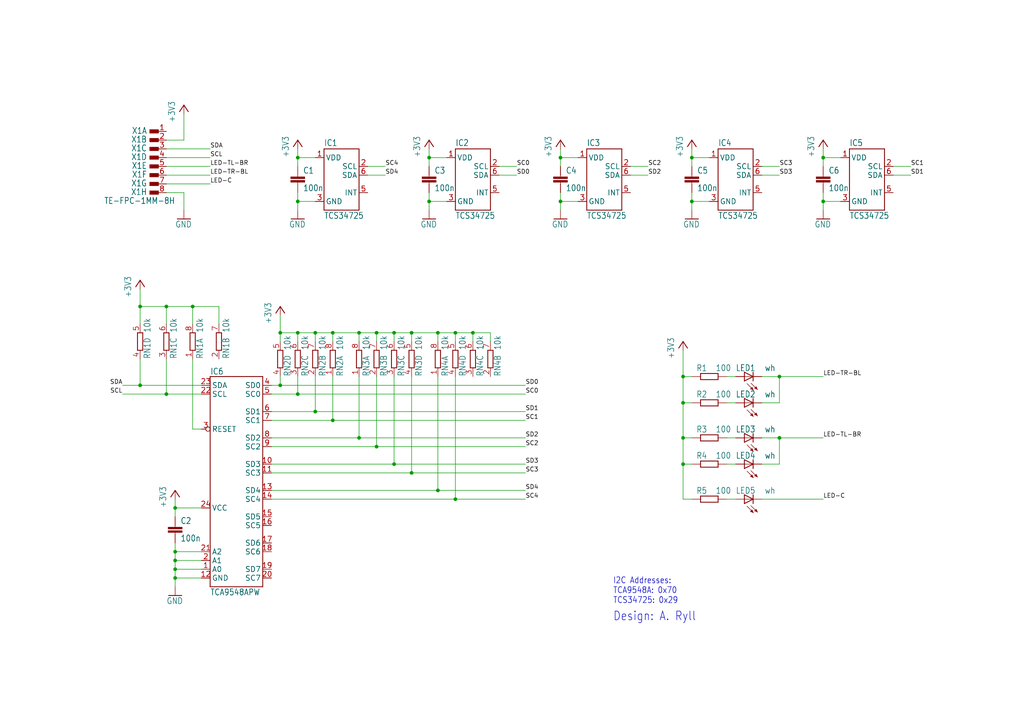
<source format=kicad_sch>
(kicad_sch (version 20250114) (generator "eeschema") (generator_version "9.0")
  (paper "A4")
  (lib_symbols
    (symbol "Pattern Ident v2-eagle-import:+3V3" (power)
      (symbol "+3V3_1_0"
        (polyline (pts (xy 0 0) (xy -1.27 -1.905)) (stroke (width 0.254)))
        (polyline (pts (xy 1.27 -1.905) (xy 0 0)) (stroke (width 0.254)))
        (pin power_in line (at 0 -2.54 90) (length 2.54) (name "+3V3") (number "1"))
      )
    )
    (symbol "Pattern Ident v2-eagle-import:4R-NEXB28V"
      (property "Reference" "RN" (at -5.08 -3.048 0))
      (symbol "4R-NEXB28V_1_0"
        (polyline (pts (xy -2.54 0.762) (xy -2.54 -0.762)) (stroke (width 0.254)))
        (polyline (pts (xy -2.54 -0.762) (xy 2.54 -0.762)) (stroke (width 0.254)))
        (polyline (pts (xy 2.54 0.762) (xy -2.54 0.762)) (stroke (width 0.254)))
        (polyline (pts (xy 2.54 -0.762) (xy 2.54 0.762)) (stroke (width 0.254)))
        (pin passive line (at -5.08 0 0) (length 2.54) (name "1") (number "1"))
        (pin passive line (at 5.08 0 180) (length 2.54) (name "2") (number "8"))
      )
      (symbol "4R-NEXB28V_2_0"
        (polyline (pts (xy -2.54 0.762) (xy -2.54 -0.762)) (stroke (width 0.254)))
        (polyline (pts (xy -2.54 -0.762) (xy 2.54 -0.762)) (stroke (width 0.254)))
        (polyline (pts (xy 2.54 0.762) (xy -2.54 0.762)) (stroke (width 0.254)))
        (polyline (pts (xy 2.54 -0.762) (xy 2.54 0.762)) (stroke (width 0.254)))
        (pin passive line (at -5.08 0 0) (length 2.54) (name "1") (number "2"))
        (pin passive line (at 5.08 0 180) (length 2.54) (name "2") (number "7"))
      )
      (symbol "4R-NEXB28V_3_0"
        (polyline (pts (xy -2.54 0.762) (xy -2.54 -0.762)) (stroke (width 0.254)))
        (polyline (pts (xy -2.54 -0.762) (xy 2.54 -0.762)) (stroke (width 0.254)))
        (polyline (pts (xy 2.54 0.762) (xy -2.54 0.762)) (stroke (width 0.254)))
        (polyline (pts (xy 2.54 -0.762) (xy 2.54 0.762)) (stroke (width 0.254)))
        (pin passive line (at -5.08 0 0) (length 2.54) (name "1") (number "3"))
        (pin passive line (at 5.08 0 180) (length 2.54) (name "2") (number "6"))
      )
      (symbol "4R-NEXB28V_4_0"
        (polyline (pts (xy -2.54 0.762) (xy -2.54 -0.762)) (stroke (width 0.254)))
        (polyline (pts (xy -2.54 -0.762) (xy 2.54 -0.762)) (stroke (width 0.254)))
        (polyline (pts (xy 2.54 0.762) (xy -2.54 0.762)) (stroke (width 0.254)))
        (polyline (pts (xy 2.54 -0.762) (xy 2.54 0.762)) (stroke (width 0.254)))
        (pin passive line (at -5.08 0 0) (length 2.54) (name "1") (number "4"))
        (pin passive line (at 5.08 0 180) (length 2.54) (name "2") (number "5"))
      )
    )
    (symbol "Pattern Ident v2-eagle-import:C-EUC0603"
      (property "Reference" "C" (at 1.524 0.381 0))
      (symbol "C-EUC0603_1_0"
        (rectangle (start -2.032 -1.016) (end 2.032 -0.508) (fill (type outline)))
        (rectangle (start -2.032 -2.032) (end 2.032 -1.524) (fill (type outline)))
        (polyline (pts (xy 0 0) (xy 0 -0.508)) (stroke (width 0.1524)))
        (polyline (pts (xy 0 -2.54) (xy 0 -2.032)) (stroke (width 0.1524)))
        (pin passive line (at 0 2.54 270) (length 2.54) (name "1") (number "1"))
        (pin passive line (at 0 -5.08 90) (length 2.54) (name "2") (number "2"))
      )
    )
    (symbol "Pattern Ident v2-eagle-import:GND" (power)
      (symbol "GND_1_0"
        (polyline (pts (xy -1.905 0) (xy 1.905 0)) (stroke (width 0.254)))
        (pin power_in line (at 0 2.54 270) (length 2.54) (name "GND") (number "1"))
      )
    )
    (symbol "Pattern Ident v2-eagle-import:LEDCHIPLED_1206"
      (property "Reference" "LED" (at 3.556 -4.572 90))
      (symbol "LEDCHIPLED_1206_1_0"
        (polyline (pts (xy -3.9979 -2.6186) (xy -3.1089 -2.2376) (xy -3.6169 -1.7296)) (stroke (width 0.1524)) (fill (type outline)))
        (polyline (pts (xy -3.8195 -3.8116) (xy -2.9305 -3.4306) (xy -3.4385 -2.9226)) (stroke (width 0.1524)) (fill (type outline)))
        (polyline (pts (xy -2.032 -0.762) (xy -3.429 -2.159)) (stroke (width 0.1524)))
        (polyline (pts (xy -1.905 -1.905) (xy -3.302 -3.302)) (stroke (width 0.1524)))
        (polyline (pts (xy 0 0) (xy -1.27 0)) (stroke (width 0.254)))
        (polyline (pts (xy 0 0) (xy 0 -2.54)) (stroke (width 0.1524)))
        (polyline (pts (xy 0 -2.54) (xy -1.27 0)) (stroke (width 0.254)))
        (polyline (pts (xy 0 -2.54) (xy -1.27 -2.54)) (stroke (width 0.254)))
        (polyline (pts (xy 1.27 0) (xy 0 0)) (stroke (width 0.254)))
        (polyline (pts (xy 1.27 0) (xy 0 -2.54)) (stroke (width 0.254)))
        (polyline (pts (xy 1.27 -2.54) (xy 0 -2.54)) (stroke (width 0.254)))
        (pin passive line (at 0 2.54 270) (length 2.54) (name "A") (number "A"))
        (pin passive line (at 0 -5.08 90) (length 2.54) (name "C") (number "C"))
      )
    )
    (symbol "Pattern Ident v2-eagle-import:R-EU_R0603"
      (property "Reference" "R" (at -3.81 1.4986 0))
      (symbol "R-EU_R0603_1_0"
        (polyline (pts (xy -2.54 -0.889) (xy -2.54 0.889)) (stroke (width 0.254)))
        (polyline (pts (xy -2.54 -0.889) (xy 2.54 -0.889)) (stroke (width 0.254)))
        (polyline (pts (xy 2.54 0.889) (xy -2.54 0.889)) (stroke (width 0.254)))
        (polyline (pts (xy 2.54 -0.889) (xy 2.54 0.889)) (stroke (width 0.254)))
        (pin passive line (at -5.08 0 0) (length 2.54) (name "1") (number "1"))
        (pin passive line (at 5.08 0 180) (length 2.54) (name "2") (number "2"))
      )
    )
    (symbol "Pattern Ident v2-eagle-import:TCA9548APW"
      (property "Reference" "IC" (at -7.62 30.988 0))
      (symbol "TCA9548APW_1_0"
        (polyline (pts (xy -7.62 30.48) (xy 7.62 30.48)) (stroke (width 0.254)))
        (polyline (pts (xy -7.62 -30.48) (xy -7.62 30.48)) (stroke (width 0.254)))
        (polyline (pts (xy 7.62 30.48) (xy 7.62 -30.48)) (stroke (width 0.254)))
        (polyline (pts (xy 7.62 -30.48) (xy -7.62 -30.48)) (stroke (width 0.254)))
        (pin bidirectional line (at -10.16 27.94 0) (length 2.54) (name "SDA") (number "23"))
        (pin bidirectional line (at -10.16 25.4 0) (length 2.54) (name "SCL") (number "22"))
        (pin bidirectional inverted (at -10.16 15.24 0) (length 2.54) (name "RESET") (number "3"))
        (pin bidirectional line (at -10.16 -7.62 0) (length 2.54) (name "VCC") (number "24"))
        (pin bidirectional line (at -10.16 -20.32 0) (length 2.54) (name "A2") (number "21"))
        (pin bidirectional line (at -10.16 -22.86 0) (length 2.54) (name "A1") (number "2"))
        (pin bidirectional line (at -10.16 -25.4 0) (length 2.54) (name "A0") (number "1"))
        (pin bidirectional line (at -10.16 -27.94 0) (length 2.54) (name "GND") (number "12"))
        (pin bidirectional line (at 10.16 27.94 180) (length 2.54) (name "SD0") (number "4"))
        (pin bidirectional line (at 10.16 25.4 180) (length 2.54) (name "SC0") (number "5"))
        (pin bidirectional line (at 10.16 20.32 180) (length 2.54) (name "SD1") (number "6"))
        (pin bidirectional line (at 10.16 17.78 180) (length 2.54) (name "SC1") (number "7"))
        (pin bidirectional line (at 10.16 12.7 180) (length 2.54) (name "SD2") (number "8"))
        (pin bidirectional line (at 10.16 10.16 180) (length 2.54) (name "SC2") (number "9"))
        (pin bidirectional line (at 10.16 5.08 180) (length 2.54) (name "SD3") (number "10"))
        (pin bidirectional line (at 10.16 2.54 180) (length 2.54) (name "SC3") (number "11"))
        (pin bidirectional line (at 10.16 -2.54 180) (length 2.54) (name "SD4") (number "13"))
        (pin bidirectional line (at 10.16 -5.08 180) (length 2.54) (name "SC4") (number "14"))
        (pin bidirectional line (at 10.16 -10.16 180) (length 2.54) (name "SD5") (number "15"))
        (pin bidirectional line (at 10.16 -12.7 180) (length 2.54) (name "SC5") (number "16"))
        (pin bidirectional line (at 10.16 -17.78 180) (length 2.54) (name "SD6") (number "17"))
        (pin bidirectional line (at 10.16 -20.32 180) (length 2.54) (name "SC6") (number "18"))
        (pin bidirectional line (at 10.16 -25.4 180) (length 2.54) (name "SD7") (number "19"))
        (pin bidirectional line (at 10.16 -27.94 180) (length 2.54) (name "SC7") (number "20"))
      )
    )
    (symbol "Pattern Ident v2-eagle-import:TCS3472"
      (property "Reference" "IC" (at -5.08 8.382 0))
      (symbol "TCS3472_1_0"
        (polyline (pts (xy -5.08 7.62) (xy 5.08 7.62)) (stroke (width 0.254)))
        (polyline (pts (xy -5.08 -10.16) (xy -5.08 7.62)) (stroke (width 0.254)))
        (polyline (pts (xy 5.08 7.62) (xy 5.08 -10.16)) (stroke (width 0.254)))
        (polyline (pts (xy 5.08 -10.16) (xy -5.08 -10.16)) (stroke (width 0.254)))
        (pin bidirectional line (at -7.62 5.08 0) (length 2.54) (name "VDD") (number "1"))
        (pin bidirectional line (at -7.62 -7.62 0) (length 2.54) (name "GND") (number "3"))
        (pin bidirectional line (at 7.62 2.54 180) (length 2.54) (name "SCL") (number "2"))
        (pin bidirectional line (at 7.62 0 180) (length 2.54) (name "SDA") (number "6"))
        (pin bidirectional line (at 7.62 -5.08 180) (length 2.54) (name "INT") (number "5"))
      )
    )
    (symbol "Pattern Ident v2-eagle-import:TE-FPC-1MM-8H"
      (property "Reference" "X" (at 5.588 -0.762 0))
      (symbol "TE-FPC-1MM-8H_1_0"
        (rectangle (start 2.286 -0.508) (end 4.826 0.508) (fill (type outline)))
        (pin bidirectional line (at 0 0 0) (length 2.54) (name "-1") (number "1"))
      )
      (symbol "TE-FPC-1MM-8H_2_0"
        (rectangle (start 2.286 -0.508) (end 4.826 0.508) (fill (type outline)))
        (pin bidirectional line (at 0 0 0) (length 2.54) (name "-1") (number "2"))
      )
      (symbol "TE-FPC-1MM-8H_3_0"
        (rectangle (start 2.286 -0.508) (end 4.826 0.508) (fill (type outline)))
        (pin bidirectional line (at 0 0 0) (length 2.54) (name "-1") (number "3"))
      )
      (symbol "TE-FPC-1MM-8H_4_0"
        (rectangle (start 2.286 -0.508) (end 4.826 0.508) (fill (type outline)))
        (pin bidirectional line (at 0 0 0) (length 2.54) (name "-1") (number "4"))
      )
      (symbol "TE-FPC-1MM-8H_5_0"
        (rectangle (start 2.286 -0.508) (end 4.826 0.508) (fill (type outline)))
        (pin bidirectional line (at 0 0 0) (length 2.54) (name "-1") (number "5"))
      )
      (symbol "TE-FPC-1MM-8H_6_0"
        (rectangle (start 2.286 -0.508) (end 4.826 0.508) (fill (type outline)))
        (pin bidirectional line (at 0 0 0) (length 2.54) (name "-1") (number "6"))
      )
      (symbol "TE-FPC-1MM-8H_7_0"
        (rectangle (start 2.286 -0.508) (end 4.826 0.508) (fill (type outline)))
        (pin bidirectional line (at 0 0 0) (length 2.54) (name "-1") (number "7"))
      )
      (symbol "TE-FPC-1MM-8H_8_0"
        (rectangle (start 2.286 -0.508) (end 4.826 0.508) (fill (type outline)))
        (pin bidirectional line (at 0 0 0) (length 2.54) (name "-1") (number "8"))
      )
    )
  )
  (text "I2C Addresses:\nTCA9548A: 0x70\nTCS34725: 0x29" (at 177.8 175.26 0) (effects (font (size 1.778 1.5113)) (justify left bottom)))
  (text "Design: A. Ryll" (at 177.8 180.34 0) (effects (font (size 2.54 2.159)) (justify left bottom)))
  (junction (at 226.06 127))
  (junction (at 162.56 45.72))
  (junction (at 198.12 109.22))
  (junction (at 55.88 88.9))
  (junction (at 114.3 134.62))
  (junction (at 200.66 58.42))
  (junction (at 226.06 109.22))
  (junction (at 50.8 165.1))
  (junction (at 104.14 127))
  (junction (at 50.8 162.56))
  (junction (at 81.28 111.76))
  (junction (at 132.08 96.52))
  (junction (at 50.8 147.32))
  (junction (at 50.8 160.02))
  (junction (at 162.56 58.42))
  (junction (at 91.44 96.52))
  (junction (at 198.12 134.62))
  (junction (at 86.36 45.72))
  (junction (at 200.66 45.72))
  (junction (at 48.26 88.9))
  (junction (at 96.52 121.92))
  (junction (at 132.08 144.78))
  (junction (at 91.44 119.38))
  (junction (at 124.46 45.72))
  (junction (at 96.52 96.52))
  (junction (at 137.16 96.52))
  (junction (at 86.36 96.52))
  (junction (at 119.38 96.52))
  (junction (at 40.64 111.76))
  (junction (at 40.64 88.9))
  (junction (at 86.36 114.3))
  (junction (at 198.12 127))
  (junction (at 114.3 96.52))
  (junction (at 198.12 116.84))
  (junction (at 81.28 96.52))
  (junction (at 48.26 114.3))
  (junction (at 119.38 137.16))
  (junction (at 127 142.24))
  (junction (at 124.46 58.42))
  (junction (at 50.8 167.64))
  (junction (at 238.76 58.42))
  (junction (at 127 96.52))
  (junction (at 104.14 96.52))
  (junction (at 109.22 129.54))
  (junction (at 86.36 58.42))
  (junction (at 109.22 96.52))
  (junction (at 238.76 45.72))
  (wire (pts (xy 238.76 58.42) (xy 238.76 55.88)) (stroke (width 0.1524)))
  (wire (pts (xy 78.74 114.3) (xy 86.36 114.3)) (stroke (width 0.1524)))
  (wire (pts (xy 55.88 88.9) (xy 63.5 88.9)) (stroke (width 0.1524)))
  (wire (pts (xy 210.82 116.84) (xy 213.36 116.84)) (stroke (width 0.1524)))
  (wire (pts (xy 129.54 45.72) (xy 124.46 45.72)) (stroke (width 0.1524)))
  (wire (pts (xy 200.66 58.42) (xy 200.66 60.96)) (stroke (width 0.1524)))
  (wire (pts (xy 238.76 45.72) (xy 238.76 43.18)) (stroke (width 0.1524)))
  (wire (pts (xy 210.82 109.22) (xy 213.36 109.22)) (stroke (width 0.1524)))
  (wire (pts (xy 50.8 160.02) (xy 50.8 157.48)) (stroke (width 0.1524)))
  (wire (pts (xy 50.8 167.64) (xy 50.8 165.1)) (stroke (width 0.1524)))
  (wire (pts (xy 220.98 109.22) (xy 226.06 109.22)) (stroke (width 0.1524)))
  (wire (pts (xy 124.46 58.42) (xy 124.46 60.96)) (stroke (width 0.1524)))
  (wire (pts (xy 162.56 45.72) (xy 162.56 48.26)) (stroke (width 0.1524)))
  (wire (pts (xy 167.64 58.42) (xy 162.56 58.42)) (stroke (width 0.1524)))
  (wire (pts (xy 109.22 96.52) (xy 114.3 96.52)) (stroke (width 0.1524)))
  (wire (pts (xy 96.52 96.52) (xy 104.14 96.52)) (stroke (width 0.1524)))
  (wire (pts (xy 238.76 58.42) (xy 238.76 60.96)) (stroke (width 0.1524)))
  (wire (pts (xy 104.14 99.06) (xy 104.14 96.52)) (stroke (width 0.1524)))
  (wire (pts (xy 55.88 93.98) (xy 55.88 88.9)) (stroke (width 0.1524)))
  (wire (pts (xy 91.44 109.22) (xy 91.44 119.38)) (stroke (width 0.1524)))
  (wire (pts (xy 48.26 88.9) (xy 48.26 93.98)) (stroke (width 0.1524)))
  (wire (pts (xy 78.74 129.54) (xy 109.22 129.54)) (stroke (width 0.1524)))
  (wire (pts (xy 162.56 58.42) (xy 162.56 60.96)) (stroke (width 0.1524)))
  (wire (pts (xy 78.74 144.78) (xy 132.08 144.78)) (stroke (width 0.1524)))
  (wire (pts (xy 119.38 109.22) (xy 119.38 137.16)) (stroke (width 0.1524)))
  (wire (pts (xy 210.82 127) (xy 213.36 127)) (stroke (width 0.1524)))
  (wire (pts (xy 124.46 58.42) (xy 124.46 55.88)) (stroke (width 0.1524)))
  (wire (pts (xy 200.66 116.84) (xy 198.12 116.84)) (stroke (width 0.1524)))
  (wire (pts (xy 53.34 55.88) (xy 53.34 60.96)) (stroke (width 0.1524)))
  (wire (pts (xy 78.74 111.76) (xy 81.28 111.76)) (stroke (width 0.1524)))
  (wire (pts (xy 243.84 45.72) (xy 238.76 45.72)) (stroke (width 0.1524)))
  (wire (pts (xy 198.12 144.78) (xy 198.12 134.62)) (stroke (width 0.1524)))
  (wire (pts (xy 91.44 119.38) (xy 152.4 119.38)) (stroke (width 0.1524)))
  (wire (pts (xy 226.06 116.84) (xy 226.06 109.22)) (stroke (width 0.1524)))
  (wire (pts (xy 238.76 45.72) (xy 238.76 48.26)) (stroke (width 0.1524)))
  (wire (pts (xy 50.8 167.64) (xy 50.8 170.18)) (stroke (width 0.1524)))
  (wire (pts (xy 198.12 116.84) (xy 198.12 109.22)) (stroke (width 0.1524)))
  (wire (pts (xy 162.56 45.72) (xy 162.56 43.18)) (stroke (width 0.1524)))
  (wire (pts (xy 53.34 40.64) (xy 53.34 33.02)) (stroke (width 0.1524)))
  (wire (pts (xy 86.36 58.42) (xy 86.36 55.88)) (stroke (width 0.1524)))
  (wire (pts (xy 226.06 134.62) (xy 226.06 127)) (stroke (width 0.1524)))
  (wire (pts (xy 86.36 99.06) (xy 86.36 96.52)) (stroke (width 0.1524)))
  (wire (pts (xy 200.66 45.72) (xy 200.66 48.26)) (stroke (width 0.1524)))
  (wire (pts (xy 205.74 58.42) (xy 200.66 58.42)) (stroke (width 0.1524)))
  (wire (pts (xy 81.28 111.76) (xy 81.28 109.22)) (stroke (width 0.1524)))
  (wire (pts (xy 81.28 96.52) (xy 86.36 96.52)) (stroke (width 0.1524)))
  (wire (pts (xy 220.98 144.78) (xy 238.76 144.78)) (stroke (width 0.1524)))
  (wire (pts (xy 48.26 40.64) (xy 53.34 40.64)) (stroke (width 0.1524)))
  (wire (pts (xy 78.74 137.16) (xy 119.38 137.16)) (stroke (width 0.1524)))
  (wire (pts (xy 127 109.22) (xy 127 142.24)) (stroke (width 0.1524)))
  (wire (pts (xy 200.66 45.72) (xy 200.66 43.18)) (stroke (width 0.1524)))
  (wire (pts (xy 220.98 127) (xy 226.06 127)) (stroke (width 0.1524)))
  (wire (pts (xy 132.08 144.78) (xy 152.4 144.78)) (stroke (width 0.1524)))
  (wire (pts (xy 132.08 99.06) (xy 132.08 96.52)) (stroke (width 0.1524)))
  (wire (pts (xy 259.08 48.26) (xy 264.16 48.26)) (stroke (width 0.1524)))
  (wire (pts (xy 259.08 50.8) (xy 264.16 50.8)) (stroke (width 0.1524)))
  (wire (pts (xy 167.64 45.72) (xy 162.56 45.72)) (stroke (width 0.1524)))
  (wire (pts (xy 58.42 124.46) (xy 55.88 124.46)) (stroke (width 0.1524)))
  (wire (pts (xy 48.26 114.3) (xy 35.56 114.3)) (stroke (width 0.1524)))
  (wire (pts (xy 127 99.06) (xy 127 96.52)) (stroke (width 0.1524)))
  (wire (pts (xy 114.3 99.06) (xy 114.3 96.52)) (stroke (width 0.1524)))
  (wire (pts (xy 129.54 58.42) (xy 124.46 58.42)) (stroke (width 0.1524)))
  (wire (pts (xy 96.52 121.92) (xy 152.4 121.92)) (stroke (width 0.1524)))
  (wire (pts (xy 96.52 99.06) (xy 96.52 96.52)) (stroke (width 0.1524)))
  (wire (pts (xy 226.06 127) (xy 238.76 127)) (stroke (width 0.1524)))
  (wire (pts (xy 200.66 144.78) (xy 198.12 144.78)) (stroke (width 0.1524)))
  (wire (pts (xy 109.22 99.06) (xy 109.22 96.52)) (stroke (width 0.1524)))
  (wire (pts (xy 114.3 96.52) (xy 119.38 96.52)) (stroke (width 0.1524)))
  (wire (pts (xy 86.36 45.72) (xy 86.36 43.18)) (stroke (width 0.1524)))
  (wire (pts (xy 63.5 88.9) (xy 63.5 93.98)) (stroke (width 0.1524)))
  (wire (pts (xy 78.74 121.92) (xy 96.52 121.92)) (stroke (width 0.1524)))
  (wire (pts (xy 86.36 96.52) (xy 91.44 96.52)) (stroke (width 0.1524)))
  (wire (pts (xy 182.88 50.8) (xy 187.96 50.8)) (stroke (width 0.1524)))
  (wire (pts (xy 58.42 162.56) (xy 50.8 162.56)) (stroke (width 0.1524)))
  (wire (pts (xy 198.12 127) (xy 198.12 116.84)) (stroke (width 0.1524)))
  (wire (pts (xy 81.28 111.76) (xy 152.4 111.76)) (stroke (width 0.1524)))
  (wire (pts (xy 86.36 45.72) (xy 86.36 48.26)) (stroke (width 0.1524)))
  (wire (pts (xy 210.82 134.62) (xy 213.36 134.62)) (stroke (width 0.1524)))
  (wire (pts (xy 205.74 45.72) (xy 200.66 45.72)) (stroke (width 0.1524)))
  (wire (pts (xy 106.68 48.26) (xy 111.76 48.26)) (stroke (width 0.1524)))
  (wire (pts (xy 200.66 134.62) (xy 198.12 134.62)) (stroke (width 0.1524)))
  (wire (pts (xy 226.06 109.22) (xy 238.76 109.22)) (stroke (width 0.1524)))
  (wire (pts (xy 104.14 96.52) (xy 109.22 96.52)) (stroke (width 0.1524)))
  (wire (pts (xy 48.26 43.18) (xy 60.96 43.18)) (stroke (width 0.1524)))
  (wire (pts (xy 127 96.52) (xy 132.08 96.52)) (stroke (width 0.1524)))
  (wire (pts (xy 50.8 165.1) (xy 50.8 162.56)) (stroke (width 0.1524)))
  (wire (pts (xy 91.44 58.42) (xy 86.36 58.42)) (stroke (width 0.1524)))
  (wire (pts (xy 91.44 45.72) (xy 86.36 45.72)) (stroke (width 0.1524)))
  (wire (pts (xy 119.38 137.16) (xy 152.4 137.16)) (stroke (width 0.1524)))
  (wire (pts (xy 78.74 119.38) (xy 91.44 119.38)) (stroke (width 0.1524)))
  (wire (pts (xy 106.68 50.8) (xy 111.76 50.8)) (stroke (width 0.1524)))
  (wire (pts (xy 119.38 99.06) (xy 119.38 96.52)) (stroke (width 0.1524)))
  (wire (pts (xy 220.98 116.84) (xy 226.06 116.84)) (stroke (width 0.1524)))
  (wire (pts (xy 137.16 96.52) (xy 142.24 96.52)) (stroke (width 0.1524)))
  (wire (pts (xy 109.22 129.54) (xy 152.4 129.54)) (stroke (width 0.1524)))
  (wire (pts (xy 78.74 127) (xy 104.14 127)) (stroke (width 0.1524)))
  (wire (pts (xy 109.22 109.22) (xy 109.22 129.54)) (stroke (width 0.1524)))
  (wire (pts (xy 50.8 147.32) (xy 50.8 149.86)) (stroke (width 0.1524)))
  (wire (pts (xy 182.88 48.26) (xy 187.96 48.26)) (stroke (width 0.1524)))
  (wire (pts (xy 162.56 58.42) (xy 162.56 55.88)) (stroke (width 0.1524)))
  (wire (pts (xy 81.28 99.06) (xy 81.28 96.52)) (stroke (width 0.1524)))
  (wire (pts (xy 48.26 50.8) (xy 60.96 50.8)) (stroke (width 0.1524)))
  (wire (pts (xy 243.84 58.42) (xy 238.76 58.42)) (stroke (width 0.1524)))
  (wire (pts (xy 200.66 58.42) (xy 200.66 55.88)) (stroke (width 0.1524)))
  (wire (pts (xy 58.42 160.02) (xy 50.8 160.02)) (stroke (width 0.1524)))
  (wire (pts (xy 198.12 134.62) (xy 198.12 127)) (stroke (width 0.1524)))
  (wire (pts (xy 58.42 167.64) (xy 50.8 167.64)) (stroke (width 0.1524)))
  (wire (pts (xy 132.08 109.22) (xy 132.08 144.78)) (stroke (width 0.1524)))
  (wire (pts (xy 91.44 96.52) (xy 96.52 96.52)) (stroke (width 0.1524)))
  (wire (pts (xy 144.78 48.26) (xy 149.86 48.26)) (stroke (width 0.1524)))
  (wire (pts (xy 58.42 111.76) (xy 40.64 111.76)) (stroke (width 0.1524)))
  (wire (pts (xy 124.46 45.72) (xy 124.46 43.18)) (stroke (width 0.1524)))
  (wire (pts (xy 50.8 162.56) (xy 50.8 160.02)) (stroke (width 0.1524)))
  (wire (pts (xy 200.66 109.22) (xy 198.12 109.22)) (stroke (width 0.1524)))
  (wire (pts (xy 40.64 104.14) (xy 40.64 111.76)) (stroke (width 0.1524)))
  (wire (pts (xy 40.64 88.9) (xy 48.26 88.9)) (stroke (width 0.1524)))
  (wire (pts (xy 114.3 134.62) (xy 152.4 134.62)) (stroke (width 0.1524)))
  (wire (pts (xy 55.88 88.9) (xy 48.26 88.9)) (stroke (width 0.1524)))
  (wire (pts (xy 198.12 109.22) (xy 198.12 101.6)) (stroke (width 0.1524)))
  (wire (pts (xy 40.64 111.76) (xy 35.56 111.76)) (stroke (width 0.1524)))
  (wire (pts (xy 86.36 114.3) (xy 152.4 114.3)) (stroke (width 0.1524)))
  (wire (pts (xy 48.26 53.34) (xy 60.96 53.34)) (stroke (width 0.1524)))
  (wire (pts (xy 81.28 96.52) (xy 81.28 91.44)) (stroke (width 0.1524)))
  (wire (pts (xy 86.36 109.22) (xy 86.36 114.3)) (stroke (width 0.1524)))
  (wire (pts (xy 144.78 50.8) (xy 149.86 50.8)) (stroke (width 0.1524)))
  (wire (pts (xy 96.52 109.22) (xy 96.52 121.92)) (stroke (width 0.1524)))
  (wire (pts (xy 220.98 48.26) (xy 226.06 48.26)) (stroke (width 0.1524)))
  (wire (pts (xy 124.46 45.72) (xy 124.46 48.26)) (stroke (width 0.1524)))
  (wire (pts (xy 48.26 55.88) (xy 53.34 55.88)) (stroke (width 0.1524)))
  (wire (pts (xy 48.26 114.3) (xy 48.26 104.14)) (stroke (width 0.1524)))
  (wire (pts (xy 142.24 96.52) (xy 142.24 99.06)) (stroke (width 0.1524)))
  (wire (pts (xy 58.42 147.32) (xy 50.8 147.32)) (stroke (width 0.1524)))
  (wire (pts (xy 50.8 147.32) (xy 50.8 144.78)) (stroke (width 0.1524)))
  (wire (pts (xy 137.16 99.06) (xy 137.16 96.52)) (stroke (width 0.1524)))
  (wire (pts (xy 119.38 96.52) (xy 127 96.52)) (stroke (width 0.1524)))
  (wire (pts (xy 86.36 58.42) (xy 86.36 60.96)) (stroke (width 0.1524)))
  (wire (pts (xy 220.98 50.8) (xy 226.06 50.8)) (stroke (width 0.1524)))
  (wire (pts (xy 104.14 127) (xy 152.4 127)) (stroke (width 0.1524)))
  (wire (pts (xy 210.82 144.78) (xy 213.36 144.78)) (stroke (width 0.1524)))
  (wire (pts (xy 91.44 99.06) (xy 91.44 96.52)) (stroke (width 0.1524)))
  (wire (pts (xy 40.64 93.98) (xy 40.64 88.9)) (stroke (width 0.1524)))
  (wire (pts (xy 58.42 165.1) (xy 50.8 165.1)) (stroke (width 0.1524)))
  (wire (pts (xy 104.14 109.22) (xy 104.14 127)) (stroke (width 0.1524)))
  (wire (pts (xy 127 142.24) (xy 152.4 142.24)) (stroke (width 0.1524)))
  (wire (pts (xy 48.26 45.72) (xy 60.96 45.72)) (stroke (width 0.1524)))
  (wire (pts (xy 40.64 88.9) (xy 40.64 83.82)) (stroke (width 0.1524)))
  (wire (pts (xy 58.42 114.3) (xy 48.26 114.3)) (stroke (width 0.1524)))
  (wire (pts (xy 132.08 96.52) (xy 137.16 96.52)) (stroke (width 0.1524)))
  (wire (pts (xy 78.74 142.24) (xy 127 142.24)) (stroke (width 0.1524)))
  (wire (pts (xy 220.98 134.62) (xy 226.06 134.62)) (stroke (width 0.1524)))
  (wire (pts (xy 200.66 127) (xy 198.12 127)) (stroke (width 0.1524)))
  (wire (pts (xy 48.26 48.26) (xy 60.96 48.26)) (stroke (width 0.1524)))
  (wire (pts (xy 55.88 124.46) (xy 55.88 104.14)) (stroke (width 0.1524)))
  (wire (pts (xy 78.74 134.62) (xy 114.3 134.62)) (stroke (width 0.1524)))
  (wire (pts (xy 114.3 109.22) (xy 114.3 134.62)) (stroke (width 0.1524)))
  (label "SD2" (at 152.4 127 0) (effects (font (size 1.2446 1.2446))))
  (label "LED-C" (at 238.76 144.78 0) (effects (font (size 1.2446 1.2446))))
  (label "SC1" (at 152.4 121.92 0) (effects (font (size 1.2446 1.2446))))
  (label "SC4" (at 111.76 48.26 0) (effects (font (size 1.2446 1.2446))))
  (label "SDA" (at 35.56 111.76 180) (effects (font (size 1.2446 1.2446))))
  (label "LED-TL-BR" (at 60.96 48.26 0) (effects (font (size 1.2446 1.2446))))
  (label "SDA" (at 60.96 43.18 0) (effects (font (size 1.2446 1.2446))))
  (label "SC0" (at 149.86 48.26 0) (effects (font (size 1.2446 1.2446))))
  (label "SC3" (at 226.06 48.26 0) (effects (font (size 1.2446 1.2446))))
  (label "SD4" (at 152.4 142.24 0) (effects (font (size 1.2446 1.2446))))
  (label "SD4" (at 111.76 50.8 0) (effects (font (size 1.2446 1.2446))))
  (label "SD1" (at 264.16 50.8 0) (effects (font (size 1.2446 1.2446))))
  (label "SD1" (at 152.4 119.38 0) (effects (font (size 1.2446 1.2446))))
  (label "LED-TL-BR" (at 238.76 127 0) (effects (font (size 1.2446 1.2446))))
  (label "SD2" (at 187.96 50.8 0) (effects (font (size 1.2446 1.2446))))
  (label "SC1" (at 264.16 48.26 0) (effects (font (size 1.2446 1.2446))))
  (label "SD3" (at 226.06 50.8 0) (effects (font (size 1.2446 1.2446))))
  (label "SD0" (at 152.4 111.76 0) (effects (font (size 1.2446 1.2446))))
  (label "LED-TR-BL" (at 238.76 109.22 0) (effects (font (size 1.2446 1.2446))))
  (label "SC3" (at 152.4 137.16 0) (effects (font (size 1.2446 1.2446))))
  (label "SC0" (at 152.4 114.3 0) (effects (font (size 1.2446 1.2446))))
  (label "SC2" (at 187.96 48.26 0) (effects (font (size 1.2446 1.2446))))
  (label "SCL" (at 60.96 45.72 0) (effects (font (size 1.2446 1.2446))))
  (label "SD0" (at 149.86 50.8 0) (effects (font (size 1.2446 1.2446))))
  (label "LED-TR-BL" (at 60.96 50.8 0) (effects (font (size 1.2446 1.2446))))
  (label "SD3" (at 152.4 134.62 0) (effects (font (size 1.2446 1.2446))))
  (label "SC4" (at 152.4 144.78 0) (effects (font (size 1.2446 1.2446))))
  (label "SCL" (at 35.56 114.3 180) (effects (font (size 1.2446 1.2446))))
  (label "SC2" (at 152.4 129.54 0) (effects (font (size 1.2446 1.2446))))
  (label "LED-C" (at 60.96 53.34 0) (effects (font (size 1.2446 1.2446))))
  (symbol (lib_id "Pattern Ident v2-eagle-import:C-EUC0603") (at 162.56 50.8 0) (unit 1)
    (property "Reference" "C4" (at 164.084 50.419 0) (effects (font (size 1.778 1.5113)) (justify left bottom)))
    (property "Value" "100n" (at 164.084 55.499 0) (effects (font (size 1.778 1.5113)) (justify left bottom)))
    (property "Footprint" "Pattern Ident v2:C0603" (effects (hide yes)))
  )
  (symbol (lib_id "Pattern Ident v2-eagle-import:+3V3") (at 86.36 40.64 0) (unit 1)
    (property "Reference" "#+3V4" (effects (hide yes)))
    (property "Value" "+3V3" (at 83.82 45.72 90) (effects (font (size 1.778 1.5113)) (justify left bottom)))
  )
  (symbol (lib_id "Pattern Ident v2-eagle-import:TE-FPC-1MM-8H") (at 48.26 55.88 0) (mirror y) (unit 8)
    (property "Reference" "X1" (at 42.672 56.642 0) (effects (font (size 1.778 1.5113)) (justify left bottom)))
    (property "Value" "TE-FPC-1MM-8H" (at 50.8 59.182 0) (effects (font (size 1.778 1.5113)) (justify left bottom)))
    (property "Footprint" "Pattern Ident v2:TE-84952-8" (effects (hide yes)))
  )
  (symbol (lib_id "Pattern Ident v2-eagle-import:4R-NEXB28V") (at 91.44 104.14 90) (unit 2)
    (property "Reference" "RN2" (at 94.488 109.22 0) (effects (font (size 1.778 1.5113)) (justify left bottom)))
    (property "Value" "10k" (at 94.488 101.6 0) (effects (font (size 1.778 1.5113)) (justify left bottom)))
    (property "Footprint" "Pattern Ident v2:EXB28V" (effects (hide yes)))
  )
  (symbol (lib_id "Pattern Ident v2-eagle-import:4R-NEXB28V") (at 127 104.14 90) (unit 1)
    (property "Reference" "RN4" (at 130.048 109.22 0) (effects (font (size 1.778 1.5113)) (justify left bottom)))
    (property "Value" "10k" (at 130.048 101.6 0) (effects (font (size 1.778 1.5113)) (justify left bottom)))
    (property "Footprint" "Pattern Ident v2:EXB28V" (effects (hide yes)))
  )
  (symbol (lib_id "Pattern Ident v2-eagle-import:+3V3") (at 200.66 40.64 0) (unit 1)
    (property "Reference" "#+3V9" (effects (hide yes)))
    (property "Value" "+3V3" (at 198.12 45.72 90) (effects (font (size 1.778 1.5113)) (justify left bottom)))
  )
  (symbol (lib_id "Pattern Ident v2-eagle-import:4R-NEXB28V") (at 96.52 104.14 90) (unit 1)
    (property "Reference" "RN2" (at 99.568 109.22 0) (effects (font (size 1.778 1.5113)) (justify left bottom)))
    (property "Value" "10k" (at 99.568 101.6 0) (effects (font (size 1.778 1.5113)) (justify left bottom)))
    (property "Footprint" "Pattern Ident v2:EXB28V" (effects (hide yes)))
  )
  (symbol (lib_id "Pattern Ident v2-eagle-import:4R-NEXB28V") (at 63.5 99.06 90) (unit 2)
    (property "Reference" "RN1" (at 66.548 104.14 0) (effects (font (size 1.778 1.5113)) (justify left bottom)))
    (property "Value" "10k" (at 66.548 96.52 0) (effects (font (size 1.778 1.5113)) (justify left bottom)))
    (property "Footprint" "Pattern Ident v2:EXB28V" (effects (hide yes)))
  )
  (symbol (lib_id "Pattern Ident v2-eagle-import:C-EUC0603") (at 200.66 50.8 0) (unit 1)
    (property "Reference" "C5" (at 202.184 50.419 0) (effects (font (size 1.778 1.5113)) (justify left bottom)))
    (property "Value" "100n" (at 202.184 55.499 0) (effects (font (size 1.778 1.5113)) (justify left bottom)))
    (property "Footprint" "Pattern Ident v2:C0603" (effects (hide yes)))
  )
  (symbol (lib_id "Pattern Ident v2-eagle-import:TE-FPC-1MM-8H") (at 48.26 38.1 0) (mirror y) (unit 1)
    (property "Reference" "X1" (at 42.672 38.862 0) (effects (font (size 1.778 1.5113)) (justify left bottom)))
    (property "Value" "TE-FPC-1MM-8H" (effects (hide yes)))
    (property "Footprint" "Pattern Ident v2:TE-84952-8" (effects (hide yes)))
  )
  (symbol (lib_id "Pattern Ident v2-eagle-import:GND") (at 50.8 172.72 0) (unit 1)
    (property "Reference" "#GND2" (effects (hide yes)))
    (property "Value" "GND" (at 48.26 175.26 0) (effects (font (size 1.778 1.5113)) (justify left bottom)))
  )
  (symbol (lib_id "Pattern Ident v2-eagle-import:GND") (at 200.66 63.5 0) (unit 1)
    (property "Reference" "#GND6" (effects (hide yes)))
    (property "Value" "GND" (at 198.12 66.04 0) (effects (font (size 1.778 1.5113)) (justify left bottom)))
  )
  (symbol (lib_id "Pattern Ident v2-eagle-import:4R-NEXB28V") (at 81.28 104.14 90) (unit 4)
    (property "Reference" "RN2" (at 84.328 109.22 0) (effects (font (size 1.778 1.5113)) (justify left bottom)))
    (property "Value" "10k" (at 84.328 101.6 0) (effects (font (size 1.778 1.5113)) (justify left bottom)))
    (property "Footprint" "Pattern Ident v2:EXB28V" (effects (hide yes)))
  )
  (symbol (lib_id "Pattern Ident v2-eagle-import:+3V3") (at 40.64 81.28 0) (unit 1)
    (property "Reference" "#+3V3" (effects (hide yes)))
    (property "Value" "+3V3" (at 38.1 86.36 90) (effects (font (size 1.778 1.5113)) (justify left bottom)))
  )
  (symbol (lib_id "Pattern Ident v2-eagle-import:TE-FPC-1MM-8H") (at 48.26 48.26 0) (mirror y) (unit 5)
    (property "Reference" "X1" (at 42.672 49.022 0) (effects (font (size 1.778 1.5113)) (justify left bottom)))
    (property "Value" "TE-FPC-1MM-8H" (effects (hide yes)))
    (property "Footprint" "Pattern Ident v2:TE-84952-8" (effects (hide yes)))
  )
  (symbol (lib_id "Pattern Ident v2-eagle-import:LEDCHIPLED_1206") (at 215.9 144.78 90) (unit 1)
    (property "Reference" "LED5" (at 213.36 143.256 90) (effects (font (size 1.778 1.5113)) (justify right top)))
    (property "Value" "wh" (at 221.742 143.256 90) (effects (font (size 1.778 1.5113)) (justify right top)))
    (property "Footprint" "Pattern Ident v2:CHIPLED_1206" (effects (hide yes)))
  )
  (symbol (lib_id "Pattern Ident v2-eagle-import:TE-FPC-1MM-8H") (at 48.26 45.72 0) (mirror y) (unit 4)
    (property "Reference" "X1" (at 42.672 46.482 0) (effects (font (size 1.778 1.5113)) (justify left bottom)))
    (property "Value" "TE-FPC-1MM-8H" (effects (hide yes)))
    (property "Footprint" "Pattern Ident v2:TE-84952-8" (effects (hide yes)))
  )
  (symbol (lib_id "Pattern Ident v2-eagle-import:TE-FPC-1MM-8H") (at 48.26 53.34 0) (mirror y) (unit 7)
    (property "Reference" "X1" (at 42.672 54.102 0) (effects (font (size 1.778 1.5113)) (justify left bottom)))
    (property "Value" "TE-FPC-1MM-8H" (effects (hide yes)))
    (property "Footprint" "Pattern Ident v2:TE-84952-8" (effects (hide yes)))
  )
  (symbol (lib_id "Pattern Ident v2-eagle-import:TCA9548APW") (at 68.58 139.7 0) (unit 1)
    (property "Reference" "IC6" (at 60.96 108.712 0) (effects (font (size 1.778 1.5113)) (justify left bottom)))
    (property "Value" "TCA9548APW" (at 60.96 172.72 0) (effects (font (size 1.778 1.5113)) (justify left bottom)))
    (property "Footprint" "Pattern Ident v2:TSSOP24" (effects (hide yes)))
  )
  (symbol (lib_id "Pattern Ident v2-eagle-import:GND") (at 53.34 63.5 0) (unit 1)
    (property "Reference" "#GND1" (effects (hide yes)))
    (property "Value" "GND" (at 50.8 66.04 0) (effects (font (size 1.778 1.5113)) (justify left bottom)))
  )
  (symbol (lib_id "Pattern Ident v2-eagle-import:GND") (at 124.46 63.5 0) (unit 1)
    (property "Reference" "#GND4" (effects (hide yes)))
    (property "Value" "GND" (at 121.92 66.04 0) (effects (font (size 1.778 1.5113)) (justify left bottom)))
  )
  (symbol (lib_id "Pattern Ident v2-eagle-import:4R-NEXB28V") (at 142.24 104.14 90) (unit 2)
    (property "Reference" "RN4" (at 145.288 109.22 0) (effects (font (size 1.778 1.5113)) (justify left bottom)))
    (property "Value" "10k" (at 145.288 101.6 0) (effects (font (size 1.778 1.5113)) (justify left bottom)))
    (property "Footprint" "Pattern Ident v2:EXB28V" (effects (hide yes)))
  )
  (symbol (lib_id "Pattern Ident v2-eagle-import:C-EUC0603") (at 86.36 50.8 0) (unit 1)
    (property "Reference" "C1" (at 87.884 50.419 0) (effects (font (size 1.778 1.5113)) (justify left bottom)))
    (property "Value" "100n" (at 87.884 55.499 0) (effects (font (size 1.778 1.5113)) (justify left bottom)))
    (property "Footprint" "Pattern Ident v2:C0603" (effects (hide yes)))
  )
  (symbol (lib_id "Pattern Ident v2-eagle-import:GND") (at 238.76 63.5 0) (unit 1)
    (property "Reference" "#GND7" (effects (hide yes)))
    (property "Value" "GND" (at 236.22 66.04 0) (effects (font (size 1.778 1.5113)) (justify left bottom)))
  )
  (symbol (lib_id "Pattern Ident v2-eagle-import:R-EU_R0603") (at 205.74 127 0) (unit 1)
    (property "Reference" "R3" (at 201.93 125.5014 0) (effects (font (size 1.778 1.5113)) (justify left bottom)))
    (property "Value" "100" (at 207.518 125.476 0) (effects (font (size 1.778 1.5113)) (justify left bottom)))
    (property "Footprint" "Pattern Ident v2:R0603" (effects (hide yes)))
  )
  (symbol (lib_id "Pattern Ident v2-eagle-import:C-EUC0603") (at 124.46 50.8 0) (unit 1)
    (property "Reference" "C3" (at 125.984 50.419 0) (effects (font (size 1.778 1.5113)) (justify left bottom)))
    (property "Value" "100n" (at 125.984 55.499 0) (effects (font (size 1.778 1.5113)) (justify left bottom)))
    (property "Footprint" "Pattern Ident v2:C0603" (effects (hide yes)))
  )
  (symbol (lib_id "Pattern Ident v2-eagle-import:+3V3") (at 198.12 99.06 0) (unit 1)
    (property "Reference" "#+3V5" (effects (hide yes)))
    (property "Value" "+3V3" (at 195.58 104.14 90) (effects (font (size 1.778 1.5113)) (justify left bottom)))
  )
  (symbol (lib_id "Pattern Ident v2-eagle-import:TCS3472") (at 137.16 50.8 0) (unit 1)
    (property "Reference" "IC2" (at 132.08 42.418 0) (effects (font (size 1.778 1.5113)) (justify left bottom)))
    (property "Value" "TCS34725" (at 132.08 63.5 0) (effects (font (size 1.778 1.5113)) (justify left bottom)))
    (property "Footprint" "Pattern Ident v2:DFN6" (effects (hide yes)))
  )
  (symbol (lib_id "Pattern Ident v2-eagle-import:C-EUC0603") (at 50.8 152.4 0) (unit 1)
    (property "Reference" "C2" (at 52.324 152.019 0) (effects (font (size 1.778 1.5113)) (justify left bottom)))
    (property "Value" "100n" (at 52.324 157.099 0) (effects (font (size 1.778 1.5113)) (justify left bottom)))
    (property "Footprint" "Pattern Ident v2:C0603" (effects (hide yes)))
  )
  (symbol (lib_id "Pattern Ident v2-eagle-import:+3V3") (at 53.34 30.48 0) (unit 1)
    (property "Reference" "#+3V1" (effects (hide yes)))
    (property "Value" "+3V3" (at 50.8 35.56 90) (effects (font (size 1.778 1.5113)) (justify left bottom)))
  )
  (symbol (lib_id "Pattern Ident v2-eagle-import:TE-FPC-1MM-8H") (at 48.26 50.8 0) (mirror y) (unit 6)
    (property "Reference" "X1" (at 42.672 51.562 0) (effects (font (size 1.778 1.5113)) (justify left bottom)))
    (property "Value" "TE-FPC-1MM-8H" (effects (hide yes)))
    (property "Footprint" "Pattern Ident v2:TE-84952-8" (effects (hide yes)))
  )
  (symbol (lib_id "Pattern Ident v2-eagle-import:R-EU_R0603") (at 205.74 116.84 0) (unit 1)
    (property "Reference" "R2" (at 201.93 115.3414 0) (effects (font (size 1.778 1.5113)) (justify left bottom)))
    (property "Value" "100" (at 207.518 115.316 0) (effects (font (size 1.778 1.5113)) (justify left bottom)))
    (property "Footprint" "Pattern Ident v2:R0603" (effects (hide yes)))
  )
  (symbol (lib_id "Pattern Ident v2-eagle-import:TCS3472") (at 251.46 50.8 0) (unit 1)
    (property "Reference" "IC5" (at 246.38 42.418 0) (effects (font (size 1.778 1.5113)) (justify left bottom)))
    (property "Value" "TCS34725" (at 246.38 63.5 0) (effects (font (size 1.778 1.5113)) (justify left bottom)))
    (property "Footprint" "Pattern Ident v2:DFN6" (effects (hide yes)))
  )
  (symbol (lib_id "Pattern Ident v2-eagle-import:4R-NEXB28V") (at 137.16 104.14 90) (unit 3)
    (property "Reference" "RN4" (at 140.208 109.22 0) (effects (font (size 1.778 1.5113)) (justify left bottom)))
    (property "Value" "10k" (at 140.208 101.6 0) (effects (font (size 1.778 1.5113)) (justify left bottom)))
    (property "Footprint" "Pattern Ident v2:EXB28V" (effects (hide yes)))
  )
  (symbol (lib_id "Pattern Ident v2-eagle-import:4R-NEXB28V") (at 104.14 104.14 90) (unit 1)
    (property "Reference" "RN3" (at 107.188 109.22 0) (effects (font (size 1.778 1.5113)) (justify left bottom)))
    (property "Value" "10k" (at 107.188 101.6 0) (effects (font (size 1.778 1.5113)) (justify left bottom)))
    (property "Footprint" "Pattern Ident v2:EXB28V" (effects (hide yes)))
  )
  (symbol (lib_id "Pattern Ident v2-eagle-import:4R-NEXB28V") (at 55.88 99.06 90) (unit 1)
    (property "Reference" "RN1" (at 58.928 104.14 0) (effects (font (size 1.778 1.5113)) (justify left bottom)))
    (property "Value" "10k" (at 58.928 96.52 0) (effects (font (size 1.778 1.5113)) (justify left bottom)))
    (property "Footprint" "Pattern Ident v2:EXB28V" (effects (hide yes)))
  )
  (symbol (lib_id "Pattern Ident v2-eagle-import:4R-NEXB28V") (at 48.26 99.06 90) (unit 3)
    (property "Reference" "RN1" (at 51.308 104.14 0) (effects (font (size 1.778 1.5113)) (justify left bottom)))
    (property "Value" "10k" (at 51.308 96.52 0) (effects (font (size 1.778 1.5113)) (justify left bottom)))
    (property "Footprint" "Pattern Ident v2:EXB28V" (effects (hide yes)))
  )
  (symbol (lib_id "Pattern Ident v2-eagle-import:R-EU_R0603") (at 205.74 109.22 0) (unit 1)
    (property "Reference" "R1" (at 201.93 107.7214 0) (effects (font (size 1.778 1.5113)) (justify left bottom)))
    (property "Value" "100" (at 207.518 107.696 0) (effects (font (size 1.778 1.5113)) (justify left bottom)))
    (property "Footprint" "Pattern Ident v2:R0603" (effects (hide yes)))
  )
  (symbol (lib_id "Pattern Ident v2-eagle-import:4R-NEXB28V") (at 114.3 104.14 90) (unit 3)
    (property "Reference" "RN3" (at 117.348 109.22 0) (effects (font (size 1.778 1.5113)) (justify left bottom)))
    (property "Value" "10k" (at 117.348 101.6 0) (effects (font (size 1.778 1.5113)) (justify left bottom)))
    (property "Footprint" "Pattern Ident v2:EXB28V" (effects (hide yes)))
  )
  (symbol (lib_id "Pattern Ident v2-eagle-import:4R-NEXB28V") (at 109.22 104.14 90) (unit 2)
    (property "Reference" "RN3" (at 112.268 109.22 0) (effects (font (size 1.778 1.5113)) (justify left bottom)))
    (property "Value" "10k" (at 112.268 101.6 0) (effects (font (size 1.778 1.5113)) (justify left bottom)))
    (property "Footprint" "Pattern Ident v2:EXB28V" (effects (hide yes)))
  )
  (symbol (lib_id "Pattern Ident v2-eagle-import:4R-NEXB28V") (at 40.64 99.06 90) (unit 4)
    (property "Reference" "RN1" (at 43.688 104.14 0) (effects (font (size 1.778 1.5113)) (justify left bottom)))
    (property "Value" "10k" (at 43.688 96.52 0) (effects (font (size 1.778 1.5113)) (justify left bottom)))
    (property "Footprint" "Pattern Ident v2:EXB28V" (effects (hide yes)))
  )
  (symbol (lib_id "Pattern Ident v2-eagle-import:R-EU_R0603") (at 205.74 134.62 0) (unit 1)
    (property "Reference" "R4" (at 201.93 133.1214 0) (effects (font (size 1.778 1.5113)) (justify left bottom)))
    (property "Value" "100" (at 207.518 133.096 0) (effects (font (size 1.778 1.5113)) (justify left bottom)))
    (property "Footprint" "Pattern Ident v2:R0603" (effects (hide yes)))
  )
  (symbol (lib_id "Pattern Ident v2-eagle-import:4R-NEXB28V") (at 86.36 104.14 90) (unit 3)
    (property "Reference" "RN2" (at 89.408 109.22 0) (effects (font (size 1.778 1.5113)) (justify left bottom)))
    (property "Value" "10k" (at 89.408 101.6 0) (effects (font (size 1.778 1.5113)) (justify left bottom)))
    (property "Footprint" "Pattern Ident v2:EXB28V" (effects (hide yes)))
  )
  (symbol (lib_id "Pattern Ident v2-eagle-import:TCS3472") (at 99.06 50.8 0) (unit 1)
    (property "Reference" "IC1" (at 93.98 42.418 0) (effects (font (size 1.778 1.5113)) (justify left bottom)))
    (property "Value" "TCS34725" (at 93.98 63.5 0) (effects (font (size 1.778 1.5113)) (justify left bottom)))
    (property "Footprint" "Pattern Ident v2:DFN6" (effects (hide yes)))
  )
  (symbol (lib_id "Pattern Ident v2-eagle-import:LEDCHIPLED_1206") (at 215.9 109.22 90) (unit 1)
    (property "Reference" "LED1" (at 213.36 107.696 90) (effects (font (size 1.778 1.5113)) (justify right top)))
    (property "Value" "wh" (at 221.742 107.696 90) (effects (font (size 1.778 1.5113)) (justify right top)))
    (property "Footprint" "Pattern Ident v2:CHIPLED_1206" (effects (hide yes)))
  )
  (symbol (lib_id "Pattern Ident v2-eagle-import:+3V3") (at 124.46 40.64 0) (unit 1)
    (property "Reference" "#+3V7" (effects (hide yes)))
    (property "Value" "+3V3" (at 121.92 45.72 90) (effects (font (size 1.778 1.5113)) (justify left bottom)))
  )
  (symbol (lib_id "Pattern Ident v2-eagle-import:+3V3") (at 162.56 40.64 0) (unit 1)
    (property "Reference" "#+3V8" (effects (hide yes)))
    (property "Value" "+3V3" (at 160.02 45.72 90) (effects (font (size 1.778 1.5113)) (justify left bottom)))
  )
  (symbol (lib_id "Pattern Ident v2-eagle-import:+3V3") (at 238.76 40.64 0) (unit 1)
    (property "Reference" "#+3V10" (effects (hide yes)))
    (property "Value" "+3V3" (at 236.22 45.72 90) (effects (font (size 1.778 1.5113)) (justify left bottom)))
  )
  (symbol (lib_id "Pattern Ident v2-eagle-import:TE-FPC-1MM-8H") (at 48.26 43.18 0) (mirror y) (unit 3)
    (property "Reference" "X1" (at 42.672 43.942 0) (effects (font (size 1.778 1.5113)) (justify left bottom)))
    (property "Value" "TE-FPC-1MM-8H" (effects (hide yes)))
    (property "Footprint" "Pattern Ident v2:TE-84952-8" (effects (hide yes)))
  )
  (symbol (lib_id "Pattern Ident v2-eagle-import:LEDCHIPLED_1206") (at 215.9 127 90) (unit 1)
    (property "Reference" "LED3" (at 213.36 125.476 90) (effects (font (size 1.778 1.5113)) (justify right top)))
    (property "Value" "wh" (at 221.742 125.476 90) (effects (font (size 1.778 1.5113)) (justify right top)))
    (property "Footprint" "Pattern Ident v2:CHIPLED_1206" (effects (hide yes)))
  )
  (symbol (lib_id "Pattern Ident v2-eagle-import:+3V3") (at 81.28 88.9 0) (unit 1)
    (property "Reference" "#+3V6" (effects (hide yes)))
    (property "Value" "+3V3" (at 78.74 93.98 90) (effects (font (size 1.778 1.5113)) (justify left bottom)))
  )
  (symbol (lib_id "Pattern Ident v2-eagle-import:LEDCHIPLED_1206") (at 215.9 116.84 90) (unit 1)
    (property "Reference" "LED2" (at 213.36 115.316 90) (effects (font (size 1.778 1.5113)) (justify right top)))
    (property "Value" "wh" (at 221.742 115.316 90) (effects (font (size 1.778 1.5113)) (justify right top)))
    (property "Footprint" "Pattern Ident v2:CHIPLED_1206" (effects (hide yes)))
  )
  (symbol (lib_id "Pattern Ident v2-eagle-import:GND") (at 162.56 63.5 0) (unit 1)
    (property "Reference" "#GND5" (effects (hide yes)))
    (property "Value" "GND" (at 160.02 66.04 0) (effects (font (size 1.778 1.5113)) (justify left bottom)))
  )
  (symbol (lib_id "Pattern Ident v2-eagle-import:R-EU_R0603") (at 205.74 144.78 0) (unit 1)
    (property "Reference" "R5" (at 201.93 143.2814 0) (effects (font (size 1.778 1.5113)) (justify left bottom)))
    (property "Value" "100" (at 207.518 143.256 0) (effects (font (size 1.778 1.5113)) (justify left bottom)))
    (property "Footprint" "Pattern Ident v2:R0603" (effects (hide yes)))
  )
  (symbol (lib_id "Pattern Ident v2-eagle-import:GND") (at 86.36 63.5 0) (unit 1)
    (property "Reference" "#GND3" (effects (hide yes)))
    (property "Value" "GND" (at 83.82 66.04 0) (effects (font (size 1.778 1.5113)) (justify left bottom)))
  )
  (symbol (lib_id "Pattern Ident v2-eagle-import:+3V3") (at 50.8 142.24 0) (unit 1)
    (property "Reference" "#+3V2" (effects (hide yes)))
    (property "Value" "+3V3" (at 48.26 147.32 90) (effects (font (size 1.778 1.5113)) (justify left bottom)))
  )
  (symbol (lib_id "Pattern Ident v2-eagle-import:C-EUC0603") (at 238.76 50.8 0) (unit 1)
    (property "Reference" "C6" (at 240.284 50.419 0) (effects (font (size 1.778 1.5113)) (justify left bottom)))
    (property "Value" "100n" (at 240.284 55.499 0) (effects (font (size 1.778 1.5113)) (justify left bottom)))
    (property "Footprint" "Pattern Ident v2:C0603" (effects (hide yes)))
  )
  (symbol (lib_id "Pattern Ident v2-eagle-import:TE-FPC-1MM-8H") (at 48.26 40.64 0) (mirror y) (unit 2)
    (property "Reference" "X1" (at 42.672 41.402 0) (effects (font (size 1.778 1.5113)) (justify left bottom)))
    (property "Value" "TE-FPC-1MM-8H" (effects (hide yes)))
    (property "Footprint" "Pattern Ident v2:TE-84952-8" (effects (hide yes)))
  )
  (symbol (lib_id "Pattern Ident v2-eagle-import:TCS3472") (at 175.26 50.8 0) (unit 1)
    (property "Reference" "IC3" (at 170.18 42.418 0) (effects (font (size 1.778 1.5113)) (justify left bottom)))
    (property "Value" "TCS34725" (at 170.18 63.5 0) (effects (font (size 1.778 1.5113)) (justify left bottom)))
    (property "Footprint" "Pattern Ident v2:DFN6" (effects (hide yes)))
  )
  (symbol (lib_id "Pattern Ident v2-eagle-import:4R-NEXB28V") (at 132.08 104.14 90) (unit 4)
    (property "Reference" "RN4" (at 135.128 109.22 0) (effects (font (size 1.778 1.5113)) (justify left bottom)))
    (property "Value" "10k" (at 135.128 101.6 0) (effects (font (size 1.778 1.5113)) (justify left bottom)))
    (property "Footprint" "Pattern Ident v2:EXB28V" (effects (hide yes)))
  )
  (symbol (lib_id "Pattern Ident v2-eagle-import:LEDCHIPLED_1206") (at 215.9 134.62 90) (unit 1)
    (property "Reference" "LED4" (at 213.36 133.096 90) (effects (font (size 1.778 1.5113)) (justify right top)))
    (property "Value" "wh" (at 221.742 133.096 90) (effects (font (size 1.778 1.5113)) (justify right top)))
    (property "Footprint" "Pattern Ident v2:CHIPLED_1206" (effects (hide yes)))
  )
  (symbol (lib_id "Pattern Ident v2-eagle-import:TCS3472") (at 213.36 50.8 0) (unit 1)
    (property "Reference" "IC4" (at 208.28 42.418 0) (effects (font (size 1.778 1.5113)) (justify left bottom)))
    (property "Value" "TCS34725" (at 208.28 63.5 0) (effects (font (size 1.778 1.5113)) (justify left bottom)))
    (property "Footprint" "Pattern Ident v2:DFN6" (effects (hide yes)))
  )
  (symbol (lib_id "Pattern Ident v2-eagle-import:4R-NEXB28V") (at 119.38 104.14 90) (unit 4)
    (property "Reference" "RN3" (at 122.428 109.22 0) (effects (font (size 1.778 1.5113)) (justify left bottom)))
    (property "Value" "10k" (at 122.428 101.6 0) (effects (font (size 1.778 1.5113)) (justify left bottom)))
    (property "Footprint" "Pattern Ident v2:EXB28V" (effects (hide yes)))
  )
)
</source>
